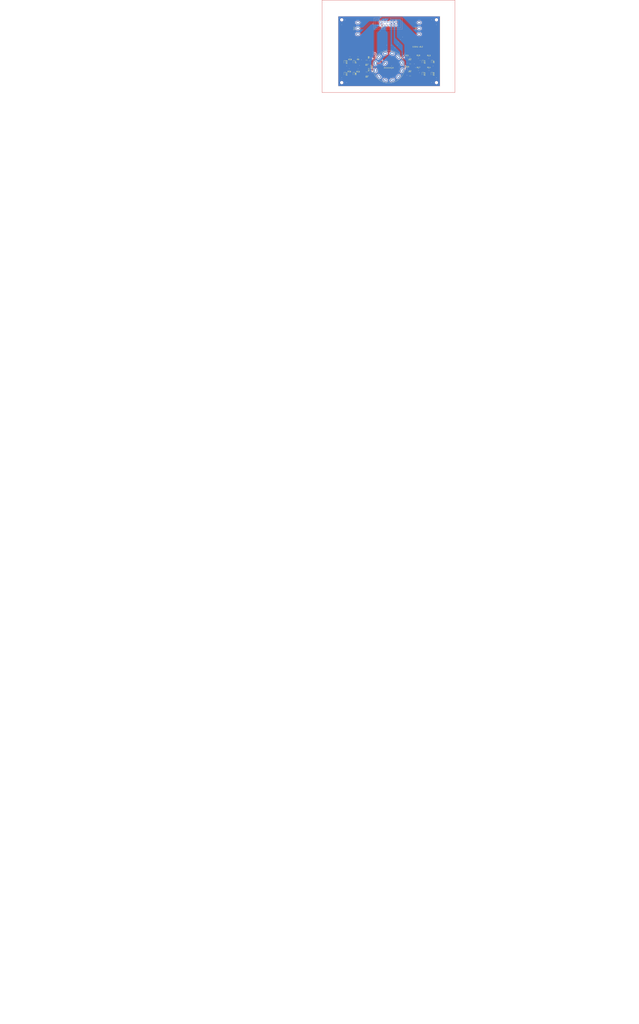
<source format=kicad_pcb>
(kicad_pcb
	(version 20240108)
	(generator "pcbnew")
	(generator_version "8.0")
	(general
		(thickness 1.6)
		(legacy_teardrops no)
	)
	(paper "A4")
	(layers
		(0 "F.Cu" signal)
		(31 "B.Cu" signal)
		(34 "B.Paste" user)
		(35 "F.Paste" user)
		(36 "B.SilkS" user "B.Silkscreen")
		(37 "F.SilkS" user "F.Silkscreen")
		(38 "B.Mask" user)
		(39 "F.Mask" user)
		(44 "Edge.Cuts" user)
		(45 "Margin" user)
		(46 "B.CrtYd" user "B.Courtyard")
		(47 "F.CrtYd" user "F.Courtyard")
		(48 "B.Fab" user)
		(49 "F.Fab" user)
	)
	(setup
		(stackup
			(layer "F.SilkS"
				(type "Top Silk Screen")
				(color "White")
			)
			(layer "F.Paste"
				(type "Top Solder Paste")
			)
			(layer "F.Mask"
				(type "Top Solder Mask")
				(color "Black")
				(thickness 0.01)
			)
			(layer "F.Cu"
				(type "copper")
				(thickness 0.035)
			)
			(layer "dielectric 1"
				(type "core")
				(thickness 1.51)
				(material "FR4")
				(epsilon_r 4.5)
				(loss_tangent 0.02)
			)
			(layer "B.Cu"
				(type "copper")
				(thickness 0.035)
			)
			(layer "B.Mask"
				(type "Bottom Solder Mask")
				(color "Black")
				(thickness 0.01)
			)
			(layer "B.Paste"
				(type "Bottom Solder Paste")
			)
			(layer "B.SilkS"
				(type "Bottom Silk Screen")
				(color "White")
			)
			(copper_finish "None")
			(dielectric_constraints yes)
		)
		(pad_to_mask_clearance 0)
		(allow_soldermask_bridges_in_footprints no)
		(aux_axis_origin 83.75 126.71)
		(grid_origin 83.75 126.71)
		(pcbplotparams
			(layerselection 0x00010fc_ffffffff)
			(plot_on_all_layers_selection 0x0000000_00000000)
			(disableapertmacros no)
			(usegerberextensions no)
			(usegerberattributes yes)
			(usegerberadvancedattributes yes)
			(creategerberjobfile yes)
			(dashed_line_dash_ratio 12.000000)
			(dashed_line_gap_ratio 3.000000)
			(svgprecision 4)
			(plotframeref no)
			(viasonmask no)
			(mode 1)
			(useauxorigin no)
			(hpglpennumber 1)
			(hpglpenspeed 20)
			(hpglpendiameter 15.000000)
			(pdf_front_fp_property_popups yes)
			(pdf_back_fp_property_popups yes)
			(dxfpolygonmode yes)
			(dxfimperialunits yes)
			(dxfusepcbnewfont yes)
			(psnegative no)
			(psa4output no)
			(plotreference yes)
			(plotvalue yes)
			(plotfptext yes)
			(plotinvisibletext no)
			(sketchpadsonfab no)
			(subtractmaskfromsilk no)
			(outputformat 1)
			(mirror no)
			(drillshape 1)
			(scaleselection 1)
			(outputdirectory "")
		)
	)
	(net 0 "")
	(net 1 "/ENG 1 Master")
	(net 2 "GND")
	(net 3 "/ENG 2 Master")
	(net 4 "Net-(D7-K)")
	(net 5 "Net-(D8-K)")
	(net 6 "Net-(D9-K)")
	(net 7 "Net-(D10-K)")
	(net 8 "/PWM_1")
	(net 9 "VBUS")
	(net 10 "/ENG 1 Fire")
	(net 11 "/ENG 1 Fault")
	(net 12 "/ENG 2 Fire")
	(net 13 "/ENG 2 Fault")
	(net 14 "+3V3")
	(net 15 "/MODE Start")
	(net 16 "Net-(D11-K)")
	(net 17 "Net-(D12-K)")
	(net 18 "Net-(D13-K)")
	(net 19 "Net-(D14-K)")
	(net 20 "Net-(D13-A)")
	(net 21 "Net-(D11-A)")
	(net 22 "Net-(D14-A)")
	(net 23 "Net-(D10-A)")
	(net 24 "/MODE Crank")
	(net 25 "unconnected-(SW3-Pad2)")
	(net 26 "unconnected-(SW3-Pad3)")
	(net 27 "unconnected-(SW3-Pad5)")
	(net 28 "unconnected-(SW3-Pad6)")
	(net 29 "unconnected-(SW3-Pad7)")
	(net 30 "unconnected-(SW3-Pad8)")
	(net 31 "unconnected-(SW3-Pad9)")
	(net 32 "unconnected-(SW3-Pad10)")
	(net 33 "unconnected-(SW3-Pad11)")
	(net 34 "unconnected-(SW3-Pad12)")
	(footprint "Resistor_SMD:R_0603_1608Metric" (layer "F.Cu") (at 153.15 107.31))
	(footprint "LED_SMD:LED_0603_1608Metric" (layer "F.Cu") (at 173.25 101.9225 -90))
	(footprint "MountingHole:MountingHole_2.2mm_M2" (layer "F.Cu") (at 176.75 118.71))
	(footprint "Package_TO_SOT_SMD:SOT-23-3" (layer "F.Cu") (at 119.9125 101.96 180))
	(footprint "LED_SMD:LED_0603_1608Metric" (layer "F.Cu") (at 165.75 101.9225 -90))
	(footprint "Resistor_SMD:R_0603_1608Metric" (layer "F.Cu") (at 152.925 98.11))
	(footprint "Resistor_SMD:R_0805_2012Metric" (layer "F.Cu") (at 113 108.21 180))
	(footprint "NiasStuff:C&K_Rotary_Switches" (layer "F.Cu") (at 137.901115 105.861115 90))
	(footprint "LED_SMD:LED_0603_1608Metric" (layer "F.Cu") (at 102.35 102.1225 -90))
	(footprint "Package_TO_SOT_SMD:SOT-23-3" (layer "F.Cu") (at 155.3125 102.01))
	(footprint "MountingHole:MountingHole_2.2mm_M2" (layer "F.Cu") (at 99.75 67.71))
	(footprint "Resistor_SMD:R_0603_1608Metric" (layer "F.Cu") (at 123.35 108.685 90))
	(footprint "Resistor_SMD:R_0805_2012Metric" (layer "F.Cu") (at 170.5375 98.41))
	(footprint "LED_SMD:LED_0603_1608Metric" (layer "F.Cu") (at 109.75 102.1225 -90))
	(footprint "Package_TO_SOT_SMD:SOT-23-3" (layer "F.Cu") (at 155.3125 111.71))
	(footprint "MountingHole:MountingHole_2.2mm_M2" (layer "F.Cu") (at 99.75 118.71))
	(footprint "Resistor_SMD:R_0805_2012Metric" (layer "F.Cu") (at 106.4625 98.31 180))
	(footprint "LED_SMD:LED_0603_1608Metric" (layer "F.Cu") (at 109.75 111.7225 -90))
	(footprint "NiasStuff:SW_SPDT_YUEN-FUNG_MT-0-102-A101-M200-RS" (layer "F.Cu") (at 112.75 74.67 90))
	(footprint "LED_SMD:LED_0603_1608Metric" (layer "F.Cu") (at 165.75 111.7225 -90))
	(footprint "LED_SMD:LED_0603_1608Metric" (layer "F.Cu") (at 102.35 111.7225 -90))
	(footprint "Resistor_SMD:R_0805_2012Metric" (layer "F.Cu") (at 105.8375 108.11 180))
	(footprint "Package_TO_SOT_SMD:SOT-23-3" (layer "F.Cu") (at 120.0125 111.56 180))
	(footprint "LED_SMD:LED_0603_1608Metric" (layer "F.Cu") (at 173.15 111.7225 -90))
	(footprint "Resistor_SMD:R_0603_1608Metric" (layer "F.Cu") (at 123.15 98.285 90))
	(footprint "Resistor_SMD:R_0805_2012Metric" (layer "F.Cu") (at 162.0375 98.31))
	(footprint "MountingHole:MountingHole_2.2mm_M2" (layer "F.Cu") (at 176.75 67.71))
	(footprint "Resistor_SMD:R_0805_2012Metric" (layer "F.Cu") (at 112.9375 98.31 180))
	(footprint "Resistor_SMD:R_0805_2012Metric" (layer "F.Cu") (at 162.1375 108.11))
	(footprint "NiasStuff:SW_SPDT_YUEN-FUNG_MT-0-102-A101-M200-RS" (layer "F.Cu") (at 162.75 74.67 90))
	(footprint "Resistor_SMD:R_0805_2012Metric" (layer "F.Cu") (at 170.6375 108.11))
	(footprint "Connector_IDC:IDC-Header_2x06_P2.54mm_Vertical" (layer "B.Cu") (at 131.15 69.57 -90))
	(gr_line
		(start 191.75 51.71)
		(end 83.75 51.71)
		(stroke
			(width 0.2)
			(type default)
		)
		(layer "F.Cu")
		(uuid "2287d75c-8675-4ecd-930e-3ab04c395ff1")
	)
	(gr_line
		(start 83.75 126.71)
		(end 191.75 126.71)
		(stroke
			(width 0.2)
			(type default)
		)
		(layer "F.Cu")
		(uuid "5946e71e-dbe5-480b-82bb-e3971b2e3d0a")
	)
	(gr_line
		(start 191.75 126.71)
		(end 191.75 51.71)
		(stroke
			(width 0.2)
			(type default)
		)
		(layer "F.Cu")
		(uuid "9fdd71b0-251e-44eb-8965-8709f16f790c")
	)
	(gr_line
		(start 83.75 51.71)
		(end 83.75 126.71)
		(stroke
			(width 0.2)
			(type default)
		)
		(layer "F.Cu")
		(uuid "f6cef0d5-231c-4ecf-b4ed-0cc4145c4c1d")
	)
	(gr_line
		(start 179.75 64.71)
		(end 96.75 64.71)
		(stroke
			(width 0.1)
			(type default)
		)
		(layer "Edge.Cuts")
		(uuid "4e4d6ce3-ba94-4b73-9b05-3a6bb8883741")
	)
	(gr_line
		(start 96.75 64.71)
		(end 96.75 121.71)
		(stroke
			(width 0.1)
			(type default)
		)
		(layer "Edge.Cuts")
		(uuid "97d15dc0-275c-4edc-beb3-f608bdc6c5ea")
	)
	(gr_line
		(start 96.75 121.71)
		(end 179.75 121.71)
		(stroke
			(width 0.1)
			(type default)
		)
		(layer "Edge.Cuts")
		(uuid "a95ad34a-788c-4d24-8666-89efeb3f952c")
	)
	(gr_line
		(start 179.75 121.71)
		(end 179.75 64.71)
		(stroke
			(width 0.1)
			(type default)
		)
		(layer "Edge.Cuts")
		(uuid "f0206762-0618-4121-8e43-d3aef1db6121")
	)
	(gr_line
		(start -146.543789 166.844059)
		(end -146.132514 166.412648)
		(stroke
			(width 0.6108)
			(type solid)
		)
		(layer "F.Fab")
		(uuid "0024b4d8-43e1-47eb-9c31-444c08f8f409")
	)
	(gr_line
		(start -149.770525 175.196422)
		(end -149.754363 174.557179)
		(stroke
			(width 0.6108)
			(type solid)
		)
		(layer "F.Fab")
		(uuid "004e0644-4775-4c4b-bc11-84f57af62d77")
	)
	(gr_line
		(start 293.578246 207.077397)
		(end 298.080089 199.279927)
		(stroke
			(width 0.840559)
			(type solid)
		)
		(layer "F.Fab")
		(uuid "00518f73-94e6-49dc-bb7e-08c3a0439145")
	)
	(gr_line
		(start -165.081702 304.82526)
		(end -165.075601 304.744528)
		(stroke
			(width 0.610102)
			(type solid)
		)
		(layer "F.Fab")
		(uuid "005cc859-a376-476d-83be-51664deb68af")
	)
	(gr_line
		(start 301.360318 126.942159)
		(end 301.533119 127.380422)
		(stroke
			(width 0.610102)
			(type solid)
		)
		(layer "F.Fab")
		(uuid "0069ead8-7c23-4ba7-b2ee-ff59fa986744")
	)
	(gr_line
		(start 197.566692 70.316423)
		(end 197.734071 69.726947)
		(stroke
			(width 0.6108)
			(type solid)
		)
		(layer "F.Fab")
		(uuid "006fb5f4-1828-494e-8630-2a9c0c8bcc84")
	)
	(gr_line
		(start -146.934176 148.682127)
		(end -147.302912 148.212856)
		(stroke
			(width 0.6108)
			(type solid)
		)
		(layer "F.Fab")
		(uuid "00aa022c-f343-4add-9b45-6c302c9442d0")
	)
	(gr_line
		(start 312.94451 179.589794)
		(end 306.759443 186.960903)
		(stroke
			(width 0.840559)
			(type solid)
		)
		(layer "F.Fab")
		(uuid "00ad7e07-9502-4e79-9aaa-5c4c97980ca3")
	)
	(gr_line
		(start 298.361814 337.21442)
		(end 298.172181 338.036055)
		(stroke
			(width 0.989711)
			(type solid)
		)
		(layer "F.Fab")
		(uuid "00f61d41-ffd7-4f87-90e5-d521b000a1a3")
	)
	(gr_line
		(start 223.713393 108.444123)
		(end 223.713393 148.950408)
		(stroke
			(width 0.830953)
			(type solid)
		)
		(layer "F.Fab")
		(uuid "012492dd-c5cc-454f-9c53-9d67fc0c2daa")
	)
	(gr_line
		(start -147.302926 133.348149)
		(end -146.934187 132.878884)
		(stroke
			(width 0.6108)
			(type solid)
		)
		(layer "F.Fab")
		(uuid "012e8a9c-93fb-4413-8099-abeeacdbb592")
	)
	(gr_line
		(start 197.239771 74.691)
		(end 197.191804 74.060151)
		(stroke
			(width 0.6108)
			(type solid)
		)
		(layer "F.Fab")
		(uuid "0142ea7b-d2ea-476b-a094-2ead4895adb9")
	)
	(gr_line
		(start -113.383261 312.102689)
		(end -113.079929 311.75251)
		(stroke
			(width 0.610102)
			(type solid)
		)
		(layer "F.Fab")
		(uuid "0170b50d-2377-4ecb-b823-8ab486e85bc2")
	)
	(gr_line
		(start 151.318718 75.898334)
		(end 151.273397 75.30229)
		(stroke
			(width 0.741967)
			(type solid)
		)
		(layer "F.Fab")
		(uuid "01908556-f144-4c88-accf-22e828688fc8")
	)
	(gr_line
		(start -6.044638 363.455844)
		(end -5.805965 363.083549)
		(stroke
			(width 0.712204)
			(type solid)
		)
		(layer "F.Fab")
		(uuid "0199277c-85f6-419a-9a4c-26ae96228760")
	)
	(gr_line
		(start -137.988837 162.790453)
		(end -137.349665 162.77429)
		(stroke
			(width 0.6108)
			(type solid)
		)
		(layer "F.Fab")
		(uuid "019a52d5-430b-4c8a-831e-f62bfad03711")
	)
	(gr_line
		(start -116.402351 81.009945)
		(end -115.658351 81.346301)
		(stroke
			(width 0.830953)
			(type solid)
		)
		(layer "F.Fab")
		(uuid "01db73c4-92df-4f01-b12d-f97be3650a1a")
	)
	(gr_line
		(start 1.802817 359.037986)
		(end 2.275006 359.049925)
		(stroke
			(width 0.712204)
			(type solid)
		)
		(layer "F.Fab")
		(uuid "01f34a79-ab32-4e55-afd6-19e12c3fdf92")
	)
	(gr_line
		(start 313.907843 370.443846)
		(end 313.587128 370.570301)
		(stroke
			(width 0.610511)
			(type solid)
		)
		(layer "F.Fab")
		(uuid "02640946-f4fb-44c7-93ae-f10f50f33c9f")
	)
	(gr_line
		(start -113.079929 324.730579)
		(end -113.383261 324.380401)
		(stroke
			(width 0.610102)
			(type solid)
		)
		(layer "F.Fab")
		(uuid "02bea765-9d07-4e59-9e07-d6486fbcc022")
	)
	(gr_line
		(start 174.595312 76.485713)
		(end 174.492102 77.063688)
		(stroke
			(width 0.741967)
			(type solid)
		)
		(layer "F.Fab")
		(uuid "02c5fec7-5050-4f76-ba31-5bc3de94255c")
	)
	(gr_line
		(start -53.626831 828.587292)
		(end -53.626831 847.541043)
		(stroke
			(width 0.966959)
			(type solid)
		)
		(layer "F.Fab")
		(uuid "02ca998c-2f24-4b8d-a17c-a15a6cab73c3")
	)
	(gr_line
		(start 122.699396 68.612365)
		(end 122.982006 69.103866)
		(stroke
			(width 0.741967)
			(type solid)
		)
		(layer "F.Fab")
		(uuid "033f424e-58ff-459d-b189-c56ee36e9dd2")
	)
	(gr_line
		(start -108.348076 308.894497)
		(end -107.88116 308.786733)
		(stroke
			(width 0.610102)
			(type solid)
		)
		(layer "F.Fab")
		(uuid "035b206d-35e3-40d6-b8b2-52e13460b440")
	)
	(gr_line
		(start 270.921606 346.896483)
		(end 270.305397 346.362709)
		(stroke
			(width 0.989711)
			(type solid)
		)
		(layer "F.Fab")
		(uuid "03652d90-4f09-4b13-b371-651688c08a1f")
	)
	(gr_line
		(start 123.476243 70.129828)
		(end 123.686395 70.662814)
		(stroke
			(width 0.741967)
			(type solid)
		)
		(layer "F.Fab")
		(uuid "038d2b87-d550-49be-aa69-43e64c013e93")
	)
	(gr_line
		(start -107.405905 327.781229)
		(end -107.88116 327.696357)
		(stroke
			(width 0.610102)
			(type solid)
		)
		(layer "F.Fab")
		(uuid "03a65102-097b-427c-a815-6e3e9d92f433")
	)
	(gr_line
		(start 304.105622 363.572979)
		(end 304.132895 363.214318)
		(stroke
			(width 0.610511)
			(type solid)
		)
		(layer "F.Fab")
		(uuid "03a8d6a9-3bca-42ce-ade6-10fee2ecc1d2")
	)
	(gr_line
		(start -23.262192 291.802102)
		(end -23.531261 292.180479)
		(stroke
			(width 0.610102)
			(type solid)
		)
		(layer "F.Fab")
		(uuid "03bae4bb-250a-406b-b255-7363bca6e19f")
	)
	(gr_line
		(start -48.184047 791.146693)
		(end -53.626831 791.146693)
		(stroke
			(width 0.966959)
			(type solid)
		)
		(layer "F.Fab")
		(uuid "03bca34e-5e3b-4a46-a086-51e5f9f1a353")
	)
	(gr_line
		(start 296.657118 341.886774)
		(end 296.248195 342.597958)
		(stroke
			(width 0.989711)
			(type solid)
		)
		(layer "F.Fab")
		(uuid "03bfccc6-baeb-4547-8506-61ca995e9255")
	)
	(gr_line
		(start -71.178728 81.346301)
		(end -70.454517 81.71722)
		(stroke
			(width 0.830953)
			(type solid)
		)
		(layer "F.Fab")
		(uuid "03c4f725-8f46-4aa0-8e1c-787d30730381")
	)
	(gr_line
		(start 304.524976 361.50811)
		(end 304.651429 361.187393)
		(stroke
			(width 0.610511)
			(type solid)
		)
		(layer "F.Fab")
		(uuid "03df0a46-c29d-4034-ac0b-fef768aedeea")
	)
	(gr_line
		(start -29.319866 295.861016)
		(end -29.795121 295.945887)
		(stroke
			(width 0.610102)
			(type solid)
		)
		(layer "F.Fab")
		(uuid "04464910-6aff-4e93-a24e-893883109d3d")
	)
	(gr_line
		(start 6.009282 341.971246)
		(end 7.268492 342.196118)
		(stroke
			(width 0.910206)
			(type solid)
		)
		(layer "F.Fab")
		(uuid "0446e12d-6de5-4538-afca-d20cf6d4f286")
	)
	(gr_line
		(start 315.927774 460.312735)
		(end 315.895811 460.253795)
		(stroke
			(width 0.9003)
			(type solid)
		)
		(layer "F.Fab")
		(uuid "0480eb7e-b106-43d4-b8ab-c2b3d259495f")
	)
	(gr_line
		(start 218.038613 136.43218)
		(end 217.739532 136.952381)
		(stroke
			(width 0.6108)
			(type solid)
		)
		(layer "F.Fab")
		(uuid "0493c8a8-f71f-46d3-84ae-5178f49642fb")
	)
	(gr_line
		(start 168.167998 738.40021)
		(end 168.206502 738.097196)
		(stroke
			(width 0.610511)
			(type solid)
		)
		(layer "F.Fab")
		(uuid "04949cdb-7205-4430-88e3-b165a570a752")
	)
	(gr_line
		(start 220.792509 68.03542)
		(end 221.04125 68.585672)
		(stroke
			(width 0.6108)
			(type solid)
		)
		(layer "F.Fab")
		(uuid "049c1378-e21e-4cd8-b8af-4518c7159262")
	)
	(gr_line
		(start -164.044431 333.507471)
		(end -164.116493 333.479158)
		(stroke
			(width 0.610102)
			(type solid)
		)
		(layer "F.Fab")
		(uuid "04a14044-e53d-4ce8-90b6-241f229c38c9")
	)
	(gr_line
		(start 122.699396 80.784267)
		(end 122.394109 81.260465)
		(stroke
			(width 0.741967)
			(type solid)
		)
		(layer "F.Fab")
		(uuid "04e8f883-bc9f-493f-b89e-7e1652ceabc9")
	)
	(gr_line
		(start -115.537229 319.228291)
		(end -115.574498 318.738178)
		(stroke
			(width 0.610102)
			(type solid)
		)
		(layer "F.Fab")
		(uuid "04e9c27d-3ca4-420f-86bd-bce3be905c85")
	)
	(gr_line
		(start 211.488116 61.14193)
		(end 212.099776 61.251173)
		(stroke
			(width 0.6108)
			(type solid)
		)
		(layer "F.Fab")
		(uuid "050f885c-d4a3-4fed-821d-83c08e1e910a")
	)
	(gr_line
		(start 100.985539 73.498297)
		(end 101.060178 72.910919)
		(stroke
			(width 0.741967)
			(type solid)
		)
		(layer "F.Fab")
		(uuid "051ae2e2-e041-4f8e-9713-ae50b4beceb4")
	)
	(gr_line
		(start -40.330125 289.724499)
		(end -40.481854 289.276079)
		(stroke
			(width 0.610102)
			(type solid)
		)
		(layer "F.Fab")
		(uuid "052d8e62-9215-49db-a911-2ceca0b7cde0")
	)
	(gr_line
		(start 317.792689 361.50811)
		(end 317.903721 361.836259)
		(stroke
			(width 0.610511)
			(type solid)
		)
		(layer "F.Fab")
		(uuid "052db6dd-5a68-4809-81a2-3f55c9be17f7")
	)
	(gr_poly
		(pts
			(xy -135.107577 858.853165) (xy -141.97915 865.724699) (xy -141.97915 863.627958) (xy -135.107577 856.756424)
		)
		(stroke
			(width 0)
			(type solid)
		)
		(fill solid)
		(layer "F.Fab")
		(uuid "0541033e-235b-4489-87f1-eafd088d1106")
	)
	(gr_line
		(start 316.205467 441.078007)
		(end 316.251981 441.038905)
		(stroke
			(width 0.9003)
			(type solid)
		)
		(layer "F.Fab")
		(uuid "057105ea-db59-4936-b6e6-3aad339d998c")
	)
	(gr_line
		(start 56.711019 206.349116)
		(end 56.711019 222.034589)
		(stroke
			(width 0.660672)
			(type solid)
		)
		(layer "F.Fab")
		(uuid "0583c706-e092-493d-962c-c67910abdad5")
	)
	(gr_line
		(start -39.750928 291.006386)
		(end -39.964056 290.590259)
		(stroke
			(width 0.610102)
			(type solid)
		)
		(layer "F.Fab")
		(uuid "0587e9d1-7028-4c69-94ea-fc4cc24017f9")
	)
	(gr_line
		(start -114.422245 313.641363)
		(end -114.189864 313.237213)
		(stroke
			(width 0.610102)
			(type solid)
		)
		(layer "F.Fab")
		(uuid "05c6b2c1-d0d0-407f-a664-1d48453c531a")
	)
	(gr_line
		(start -126.727063 181.637758)
		(end -127.050143 182.141762)
		(stroke
			(width 0.6108)
			(type solid)
		)
		(layer "F.Fab")
		(uuid "05cdf5e4-86d7-4be1-8094-cf1160ce3316")
	)
	(gr_line
		(start -38.998448 292.180479)
		(end -39.267518 291.802102)
		(stroke
			(width 0.610102)
			(type solid)
		)
		(layer "F.Fab")
		(uuid "05f5828b-135f-479f-979c-662d91807a57")
	)
	(gr_line
		(start 340.87774 459.998436)
		(end 340.829465 460.129847)
		(stroke
			(width 0.9003)
			(type solid)
		)
		(layer "F.Fab")
		(uuid "05f624c1-9be8-4930-8dfe-c96a2bf4cb72")
	)
	(gr_line
		(start 180.246111 739.019268)
		(end 180.238233 739.330842)
		(stroke
			(width 0.610511)
			(type solid)
		)
		(layer "F.Fab")
		(uuid "06a14602-1690-4295-9e94-0ab940598053")
	)
	(gr_line
		(start 212.700702 61.389882)
		(end 213.290114 61.557276)
		(stroke
			(width 0.6108)
			(type solid)
		)
		(layer "F.Fab")
		(uuid "06a74ba7-811b-4e63-bfe4-46ede0f62f9b")
	)
	(gr_line
		(start -124.928844 175.196422)
		(end -124.945006 175.835666)
		(stroke
			(width 0.6108)
			(type solid)
		)
		(layer "F.Fab")
		(uuid "06f1df40-9e49-44a6-8c00-3ae239279ba9")
	)
	(gr_line
		(start -40.719667 284.461215)
		(end -40.611903 283.994299)
		(stroke
			(width 0.610102)
			(type solid)
		)
		(layer "F.Fab")
		(uuid "071eed83-be06-44b2-b531-d03f90af7dc3")
	)
	(gr_line
		(start -126.153681 169.810905)
		(end -125.904941 170.361158)
		(stroke
			(width 0.6108)
			(type solid)
		)
		(layer "F.Fab")
		(uuid "073f78bd-13ac-4197-80b1-1edc79ac7560")
	)
	(gr_line
		(start -24.121097 292.895238)
		(end -24.440651 293.230407)
		(stroke
			(width 0.610102)
			(type solid)
		)
		(layer "F.Fab")
		(uuid "0761f818-4cdd-4a8f-9416-d6fbdd128536")
	)
	(gr_line
		(start 316.608528 368.428774)
		(end 316.386554 368.685032)
		(stroke
			(width 0.610511)
			(type solid)
		)
		(layer "F.Fab")
		(uuid "0771995b-efa9-4ecf-a98e-c1e042164044")
	)
	(gr_line
		(start 319.003208 526.124066)
		(end 300.466599 534.797633)
		(stroke
			(width 1.219759)
			(type solid)
		)
		(layer "F.Fab")
		(uuid "078908e1-aa58-43ef-b837-4babc825e736")
	)
	(gr_line
		(start 180.176348 739.94134)
		(end 180.123102 740.239502)
		(stroke
			(width 0.610511)
			(type solid)
		)
		(layer "F.Fab")
		(uuid "07955a83-85b6-4032-825a-af68b28c81c8")
	)
	(gr_line
		(start 219.181012 65.519302)
		(end 219.549748 65.988572)
		(stroke
			(width 0.6108)
			(type solid)
		)
		(layer "F.Fab")
		(uuid "07ab9f0c-943f-40ff-91cf-5eb78bdab53e")
	)
	(gr_line
		(start 258.679668 63.120309)
		(end 259.16664 63.466641)
		(stroke
			(width 0.6108)
			(type solid)
		)
		(layer "F.Fab")
		(uuid "07acede4-7284-45e8-bbb8-52ffd876ad38")
	)
	(gr_line
		(start -106.432805 327.879871)
		(end -106.922918 327.842602)
		(stroke
			(width 0.610102)
			(type solid)
		)
		(layer "F.Fab")
		(uuid "07cb1782-0a75-4ab1-b5f5-6e3e7facce72")
	)
	(gr_line
		(start 174.715267 75.30229)
		(end 174.669946 75.898334)
		(stroke
			(width 0.741967)
			(type solid)
		)
		(layer "F.Fab")
		(uuid "07cd31f8-1841-42fa-917b-c1521aa7d0bb")
	)
	(gr_line
		(start 188.525436 452.312116)
		(end 188.463329 451.96433)
		(stroke
			(width 0.610511)
			(type solid)
		)
		(layer "F.Fab")
		(uuid "07e7419c-435e-4e95-8373-393f23ac8726")
	)
	(gr_line
		(start 281.724157 350.774501)
		(end 280.850234 350.752403)
		(stroke
			(width 0.989711)
			(type solid)
		)
		(layer "F.Fab")
		(uuid "08253c12-9f2f-479c-9a32-f76489095b2d")
	)
	(gr_line
		(start 311.522264 356.883162)
		(end 311.880924 356.910435)
		(stroke
			(width 0.610511)
			(type solid)
		)
		(layer "F.Fab")
		(uuid "0831dda9-3be4-4ae1-89b2-d1000c51644c")
	)
	(gr_line
		(start -40.157324 282.649646)
		(end -39.964056 282.222148)
		(stroke
			(width 0.610102)
			(type solid)
		)
		(layer "F.Fab")
		(uuid "083eccf9-70c6-4d96-980d-2e7e227b4306")
	)
	(gr_line
		(start 188.93695 453.637799)
		(end 188.810497 453.317085)
		(stroke
			(width 0.610511)
			(type solid)
		)
		(layer "F.Fab")
		(uuid "086282a3-fc06-4a49-a050-f40118ebf409")
	)
	(gr_line
		(start 285.978814 123.554953)
		(end 286.328992 123.25162)
		(stroke
			(width 0.610102)
			(type solid)
		)
		(layer "F.Fab")
		(uuid "08631abc-6301-4811-9077-bf51115f9691")
	)
	(gr_line
		(start 257.120023 62.22376)
		(end 257.655579 62.498088)
		(stroke
			(width 0.6108)
			(type solid)
		)
		(layer "F.Fab")
		(uuid "087fdd8a-91f3-4656-bf0f-d3e998b89bdc")
	)
	(gr_line
		(start 201.103709 446.663227)
		(end 201.30061 446.94012)
		(stroke
			(width 0.610511)
			(type solid)
		)
		(layer "F.Fab")
		(uuid "0893c376-1e33-4572-a1ca-af4520799536")
	)
	(gr_line
		(start 197.929351 69.149764)
		(end 198.151753 68.585657)
		(stroke
			(width 0.6108)
			(type solid)
		)
		(layer "F.Fab")
		(uuid "08ac57ac-679b-4bff-9fc6-9c6e41cd170e")
	)
	(gr_line
		(start 16.942816 80.709209)
		(end 17.70555 81.009945)
		(stroke
			(width 0.830953)
			(type solid)
		)
		(layer "F.Fab")
		(uuid "08b0e6c8-e64b-4a3b-ad96-53733574594c")
	)
	(gr_line
		(start 151.318718 73.498297)
		(end 151.393352 72.910919)
		(stroke
			(width 0.741967)
			(type solid)
		)
		(layer "F.Fab")
		(uuid "08b70294-3e3f-4e94-a312-b908beb0748b")
	)
	(gr_line
		(start -118.74253 80.218814)
		(end -117.945496 80.445147)
		(stroke
			(width 0.830953)
			(type solid)
		)
		(layer "F.Fab")
		(uuid "08c7508c-5a9a-4168-b532-3f6615d035b5")
	)
	(gr_line
		(start -105.439539 327.879871)
		(end -105.936172 327.892429)
		(stroke
			(width 0.610102)
			(type solid)
		)
		(layer "F.Fab")
		(uuid "08e1833a-b34c-4379-9fe1-eead7b1de3f6")
	)
	(gr_line
		(start 314.525198 370.146449)
		(end 314.220681 370.302414)
		(stroke
			(width 0.610511)
			(type solid)
		)
		(layer "F.Fab")
		(uuid "08ec7d09-6bd5-49d7-a7a8-7e2cd2a35d5e")
	)
	(gr_line
		(start 198.151753 78.256161)
		(end 197.929351 77.692052)
		(stroke
			(width 0.6108)
			(type solid)
		)
		(layer "F.Fab")
		(uuid "09041003-0bea-4333-b533-8f40aa44f571")
	)
	(gr_line
		(start -164.186767 303.477394)
		(end -164.116493 303.445722)
		(stroke
			(width 0.610102)
			(type solid)
		)
		(layer "F.Fab")
		(uuid "0917cce3-f128-43dc-bcd3-0943ee592ff0")
	)
	(gr_line
		(start 315.838387 460.129847)
		(end 315.81307 460.065027)
		(stroke
			(width 0.9003)
			(type solid)
		)
		(layer "F.Fab")
		(uuid "0964762c-53f8-4cd2-a4eb-c8c9f54d1e93")
	)
	(gr_line
		(start 196.817329 137.456368)
		(end 196.49425 136.952363)
		(stroke
			(width 0.6108)
			(type solid)
		)
		(layer "F.Fab")
		(uuid "09766d9f-43db-4f88-8cca-a7d106a0779a")
	)
	(gr_line
		(start 174.669946 75.898334)
		(end 174.595312 76.485713)
		(stroke
			(width 0.741967)
			(type solid)
		)
		(layer "F.Fab")
		(uuid "09932d24-395d-4460-b9e3-5eac822dd992")
	)
	(gr_line
		(start 251.464281 140.238392)
		(end 250.981294 140.299765)
		(stroke
			(width 0.610102)
			(type solid)
		)
		(layer "F.Fab")
		(uuid "09960ee7-77cb-4416-a8c8-f01e90df0f20")
	)
	(gr_line
		(start 171.566463 733.561637)
		(end 171.834663 733.440387)
		(stroke
			(width 0.610511)
			(type solid)
		)
		(layer "F.Fab")
		(uuid "09b218c1-c875-4845-a7e5-1655a9aa1a28")
	)
	(gr_line
		(start 4.531439 359.450516)
		(end 4.957788 359.594777)
		(stroke
			(width 0.712204)
			(type solid)
		)
		(layer "F.Fab")
		(uuid "09bc948e-3c3b-494b-b9e9-37f2421e4aea")
	)
	(gr_line
		(start 259.44936 128.753733)
		(end 259.534232 129.228989)
		(stroke
			(width 0.610102)
			(type solid)
		)
		(layer "F.Fab")
		(uuid "09cef245-b1ff-4dd7-b885-275d1000f6bd")
	)
	(gr_line
		(start -115.15317 315.371669)
		(end -115.001442 314.923249)
		(stroke
			(width 0.610102)
			(type solid)
		)
		(layer "F.Fab")
		(uuid "09cfeb90-26d2-4901-9739-80e102d6c644")
	)
	(gr_line
		(start 276.674039 317.572637)
		(end 277.479931 317.343789)
		(stroke
			(width 0.989711)
			(type solid)
		)
		(layer "F.Fab")
		(uuid "09f6b8b9-1e19-4259-bb17-eaf38cee5ae8")
	)
	(gr_line
		(start 153.262472 81.260465)
		(end 152.957204 80.784267)
		(stroke
			(width 0.741967)
			(type solid)
		)
		(layer "F.Fab")
		(uuid "0a0b3bfd-d7bb-42b3-8d0e-51640460a91a")
	)
	(gr_line
		(start -134.846446 163.026665)
		(end -134.245521 163.165374)
		(stroke
			(width 0.6108)
			(type solid)
		)
		(layer "F.Fab")
		(uuid "0a1656f3-3805-4063-b88a-aa0231e4cdad")
	)
	(gr_line
		(start 192.695343 444.381358)
		(end 193.016058 444.254903)
		(stroke
			(width 0.610511)
			(type solid)
		)
		(layer "F.Fab")
		(uuid "0a211a8e-f23a-4526-b0d1-83723b29a418")
	)
	(gr_line
		(start 217.416418 123.565751)
		(end 217.739498 124.069755)
		(stroke
			(width 0.6108)
			(type solid)
		)
		(layer "F.Fab")
		(uuid "0a271106-9fe2-4942-91ec-559f4b913f9e")
	)
	(gr_line
		(start -134.959105 332.017787)
		(end -134.961161 332.09962)
		(stroke
			(width 0.610102)
			(type solid)
		)
		(layer "F.Fab")
		(uuid "0a50a5dc-1cec-414f-8c81-aef741a47539")
	)
	(gr_line
		(start 156.432485 64.965989)
		(end 156.908659 64.660704)
		(stroke
			(width 0.741967)
			(type solid)
		)
		(layer "F.Fab")
		(uuid "0a5e2852-f4a4-45df-a1ff-1d3c49f29e44")
	)
	(gr_line
		(start 317.368841 360.570036)
		(end 317.524805 360.874554)
		(stroke
			(width 0.610511)
			(type solid)
		)
		(layer "F.Fab")
		(uuid "0a6b6cd9-a98b-4a5d-bba8-a38a0ead3fc0")
	)
	(gr_line
		(start 340.632052 441.261571)
		(end 340.670012 441.313778)
		(stroke
			(width 0.9003)
			(type solid)
		)
		(layer "F.Fab")
		(uuid "0a955cd1-cae0-4751-b874-f3f50f14de5e")
	)
	(gr_line
		(start -22.962526 83.525429)
		(end -22.353089 84.053338)
		(stroke
			(width 0.830953)
			(type solid)
		)
		(layer "F.Fab")
		(uuid "0aa49863-bf5c-41ed-88cf-c896d268359b")
	)
	(gr_line
		(start 197.427995 75.9244)
		(end 197.318762 75.312676)
		(stroke
			(width 0.6108)
			(type solid)
		)
		(layer "F.Fab")
		(uuid "0ab29502-2840-454b-aa4f-a5c9ff1262c6")
	)
	(gr_line
		(start 194.696014 130.511064)
		(end 194.712176 129.87182)
		(stroke
			(width 0.6108)
			(type solid)
		)
		(layer "F.Fab")
		(uuid "0ab7d664-fe8c-4fb9-820e-cd2d9fc16882")
	)
	(gr_line
		(start -98.792414 311.75251)
		(end -98.489082 312.102689)
		(stroke
			(width 0.610102)
			(type solid)
		)
		(layer "F.Fab")
		(uuid "0abcc019-26e2-4135-a887-4d8fe48b490b")
	)
	(gr_line
		(start 283.25085 127.828842)
		(end 283.402579 127.380422)
		(stroke
			(width 0.610102)
			(type solid)
		)
		(layer "F.Fab")
		(uuid "0ac6bf94-2ad4-4785-9ebe-bafbb45bfca6")
	)
	(gr_line
		(start 132.024878 91.607043)
		(end 132.805286 91.342981)
		(stroke
			(width 0.830953)
			(type solid)
		)
		(layer "F.Fab")
		(uuid "0ae20aef-7b92-4c17-9827-bc6fc0e93538")
	)
	(gr_line
		(start 168.612544 741.37603)
		(end 168.504134 741.101077)
		(stroke
			(width 0.610511)
			(type solid)
		)
		(layer "F.Fab")
		(uuid "0afb146e-dc91-4208-b9a9-c7502b4a2c19")
	)
	(gr_line
		(start 121.718451 67.23263)
		(end 122.066881 67.676009)
		(stroke
			(width 0.741967)
			(type solid)
		)
		(layer "F.Fab")
		(uuid "0b09b8cb-26f4-4f73-a9b4-7735cf594d20")
	)
	(gr_line
		(start 17.515496 422.673443)
		(end 17.355881 423.88216)
		(stroke
			(width 2.359887)
			(type solid)
		)
		(layer "F.Fab")
		(uuid "0b176618-914b-49be-8b30-3bce16645639")
	)
	(gr_line
		(start 316.0358 441.261571)
		(end 316.117212 441.164546)
		(stroke
			(width 0.9003)
			(type solid)
		)
		(layer "F.Fab")
		(uuid "0b2bfcb9-843c-4b09-a2b3-375f6df2b842")
	)
	(gr_line
		(start 162.994332 62.961531)
		(end 163.59828 62.976803)
		(stroke
			(width 0.741967)
			(type solid)
		)
		(layer "F.Fab")
		(uuid "0b5e37da-830e-46f8-ac40-4143e8907051")
	)
	(gr_line
		(start -42.597293 414.945743)
		(end -42.318563 413.752195)
		(stroke
			(width 2.359887)
			(type solid)
		)
		(layer "F.Fab")
		(uuid "0b611f79-a1b7-4680-aef5-f8282cd9078b")
	)
	(gr_line
		(start -3.3275 360.605085)
		(end -2.955206 360.366411)
		(stroke
			(width 0.712204)
			(type solid)
		)
		(layer "F.Fab")
		(uuid "0b623a57-c445-4913-aa9b-ba370bb2663f")
	)
	(gr_line
		(start -142.734605 163.999236)
		(end -142.184408 163.750473)
		(stroke
			(width 0.6108)
			(type solid)
		)
		(layer "F.Fab")
		(uuid "0b882509-59b5-4c1f-93ad-90c1902b7269")
	)
	(gr_line
		(start 339.821405 440.82127)
		(end 339.880401 440.823226)
		(stroke
			(width 0.9003)
			(type solid)
		)
		(layer "F.Fab")
		(uuid "0bb86cec-afb8-4a6a-a192-2f43384a6e93")
	)
	(gr_line
		(start 178.262464 734.537476)
		(end 178.472739 734.737954)
		(stroke
			(width 0.610511)
			(type solid)
		)
		(layer "F.Fab")
		(uuid "0bbbcb41-b8e9-44b6-8459-6586bb9e55bb")
	)
	(gr_line
		(start 178.262464 743.501061)
		(end 178.042772 743.691362)
		(stroke
			(width 0.610511)
			(type solid)
		)
		(layer "F.Fab")
		(uuid "0bbc6c45-dd1e-4944-b84a-4b947a018531")
	)
	(gr_line
		(start 119.22391 64.965989)
		(end 119.68407 65.293214)
		(stroke
			(width 0.741967)
			(type solid)
		)
		(layer "F.Fab")
		(uuid "0bcad0a5-05e7-4ef3-ab3f-0b91765bc3c7")
	)
	(gr_line
		(start -35.021412 277.513735)
		(end -34.58315 277.340933)
		(stroke
			(width 0.610102)
			(type solid)
		)
		(layer "F.Fab")
		(uuid "0bcbffc6-f9c2-4405-8b21-a2dd3bfdd20d")
	)
	(gr_line
		(start 161.207012 86.299866)
		(end 160.629062 86.196651)
		(stroke
			(width 0.741967)
			(type solid)
		)
		(layer "F.Fab")
		(uuid "0bcda6c3-a682-4af2-aae5-01c8989a09b2")
	)
	(gr_line
		(start 17.423919 416.609812)
		(end 17.560564 417.81786)
		(stroke
			(width 2.359887)
			(type solid)
		)
		(layer "F.Fab")
		(uuid "0bd54452-95b0-4d4b-a35c-709f59dedc31")
	)
	(gr_line
		(start 317.524805 360.874554)
		(end 317.666235 361.187393)
		(stroke
			(width 0.610511)
			(type solid)
		)
		(layer "F.Fab")
		(uuid "0c041d0e-1d22-4571-ac1a-ddf689a07003")
	)
	(gr_line
		(start 207.704957 61.141928)
		(end 208.326574 61.062932)
		(stroke
			(width 0.6108)
			(type solid)
		)
		(layer "F.Fab")
		(uuid "0c0c374a-6cb6-4f88-bec0-befab17b7626")
	)
	(gr_line
		(start 284.214157 135.703046)
		(end 283.981775 135.298896)
		(stroke
			(width 0.610102)
			(type solid)
		)
		(layer "F.Fab")
		(uuid "0c21d572-2d4c-4a42-921b-35e82446c4a7")
	)
	(gr_line
		(start 179.649055 736.394306)
		(end 179.770306 736.662506)
		(stroke
			(width 0.610511)
			(type solid)
		)
		(layer "F.Fab")
		(uuid "0c3a1f2c-f320-491a-9668-a22c9790eee6")
	)
	(gr_line
		(start 198.674796 79.342032)
		(end 198.400495 78.806414)
		(stroke
			(width 0.6108)
			(type solid)
		)
		(layer "F.Fab")
		(uuid "0c41fa65-4655-4267-970e-021bba13929a")
	)
	(gr_line
		(start 118.176413 534.896692)
		(end 131.347194 538.437959)
		(stroke
			(width 1.219759)
			(type solid)
		)
		(layer "F.Fab")
		(uuid "0c7fabe0-4bb0-4f81-acc3-363845c0b766")
	)
	(gr_line
		(start 12.06833 343.686071)
		(end 13.201005 344.198142)
		(stroke
			(width 0.910206)
			(type solid)
		)
		(layer "F.Fab")
		(uuid "0c827d89-8868-4b4c-9495-bc631b7657c1")
	)
	(gr_line
		(start 179.515346 741.905296)
		(end 179.369557 742.158848)
		(stroke
			(width 0.610511)
			(type solid)
		)
		(layer "F.Fab")
		(uuid "0c9af652-59cc-4a65-a9ec-a3567708201f")
	)
	(gr_line
		(start 284.310445 317.004808)
		(end 285.146751 317.154157)
		(stroke
			(width 0.989711)
			(type solid)
		)
		(layer "F.Fab")
		(uuid "0ca1d991-8f26-4d33-aedb-8c57a1e675bb")
	)
	(gr_line
		(start 279.13787 317.004808)
		(end 279.987782 316.896809)
		(stroke
			(width 0.989711)
			(type solid)
		)
		(layer "F.Fab")
		(uuid "0cc3bd74-9646-4318-ba70-8a7b62966494")
	)
	(gr_line
		(start 14.303553 344.762833)
		(end 15.374367 345.378538)
		(stroke
			(width 0.910206)
			(type solid)
		)
		(layer "F.Fab")
		(uuid "0cf9fa61-f460-4621-9f6b-bfbd0d7bacfa")
	)
	(gr_line
		(start -147.972307 168.755087)
		(end -147.649226 168.251083)
		(stroke
			(width 0.6108)
			(type solid)
		)
		(layer "F.Fab")
		(uuid "0d055a59-3c37-4481-8440-ce3292824295")
	)
	(gr_line
		(start 302.068906 131.68547)
		(end 302.007533 132.168456)
		(stroke
			(width 0.610102)
			(type solid)
		)
		(layer "F.Fab")
		(uuid "0d0de150-4407-4a86-9ec0-4b747c94ca63")
	)
	(gr_line
		(start -135.787708 303.512326)
		(end -135.721306 303.55042)
		(stroke
			(width 0.610102)
			(type solid)
		)
		(layer "F.Fab")
		(uuid "0d208f5c-7862-4809-9438-bc9aa2bf8f07")
	)
	(gr_line
		(start 108.093288 63.883865)
		(end 108.626275 63.673716)
		(stroke
			(width 0.741967)
			(type solid)
		)
		(layer "F.Fab")
		(uuid "0d360e41-f368-4e12-9a7a-110f5ccb80f8")
	)
	(gr_line
		(start -22.565654 282.222148)
		(end -22.372386 282.649646)
		(stroke
			(width 0.610102)
			(type solid)
		)
		(layer "F.Fab")
		(uuid "0d37dfb2-4aea-49b4-ac9a-7a1491b7c7fd")
	)
	(gr_line
		(start -83.455105 80.445147)
		(end -82.65807 80.218814)
		(stroke
			(width 0.830953)
			(type solid)
		)
		(layer "F.Fab")
		(uuid "0d477c78-f3b4-4a15-bbe8-ddce08b3ce7a")
	)
	(gr_line
		(start 306.164956 358.942515)
		(end 306.410228 358.708668)
		(stroke
			(width 0.610511)
			(type solid)
		)
		(layer "F.Fab")
		(uuid "0d4c55ab-a6f9-4e3a-b066-1f07f6db5a3b")
	)
	(gr_line
		(start -125.071961 142.672278)
		(end -125.181192 143.284004)
		(stroke
			(width 0.6108)
			(type solid)
		)
		(layer "F.Fab")
		(uuid "0d4d115d-a511-4b63-a7ca-d1801c32f1f6")
	)
	(gr_line
		(start 196.49425 136.952363)
		(end 196.195168 136.432163)
		(stroke
			(width 0.6108)
			(type solid)
		)
		(layer "F.Fab")
		(uuid "0d5407d3-8f56-4317-ba54-a54c31f4267a")
	)
	(gr_line
		(start 2.115152 341.676617)
		(end 3.431005 341.709889)
		(stroke
			(width 0.910206)
			(type solid)
		)
		(layer "F.Fab")
		(uuid "0d7a1e2e-517a-4a7f-adfd-bb5b0f38454f")
	)
	(gr_line
		(start -165.075601 332.180352)
		(end -165.081702 332.09962)
		(stroke
			(width 0.610102)
			(type solid)
		)
		(layer "F.Fab")
		(uuid "0d88dcaf-c05f-4a44-bad9-db086eac316f")
	)
	(gr_line
		(start -32.251601 276.805146)
		(end -31.761488 276.767877)
		(stroke
			(width 0.610102)
			(type solid)
		)
		(layer "F.Fab")
		(uuid "0d9eb534-c0d7-42fa-88ac-4bb75d5778fa")
	)
	(gr_line
		(start 33.558001 761.154235)
		(end 38.377695 761.154235)
		(stroke
			(width 0.610511)
			(type solid)
		)
		(layer "F.Fab")
		(uuid "0db05c26-9b0d-49c0-839a-79573e6e70f5")
	)
	(gr_line
		(start 340.967831 459.413272)
		(end 340.961912 459.566979)
		(stroke
			(width 0.9003)
			(type solid)
		)
		(layer "F.Fab")
		(uuid "0db16dba-e50d-4bb8-840a-d0c477a040e5")
	)
	(gr_line
		(start -141.620358 163.528053)
		(end -141.043235 163.332757)
		(stroke
			(width 0.6108)
			(type solid)
		)
		(layer "F.Fab")
		(uuid "0dc5cd05-750f-4b74-bf2c-07cd76f2c809")
	)
	(gr_line
		(start 254.99888 138.952401)
		(end 254.59473 139.184782)
		(stroke
			(width 0.610102)
			(type solid)
		)
		(layer "F.Fab")
		(uuid "0dc62a0d-4a7f-4db3-b34c-d4348cd80689")
	)
	(gr_line
		(start -128.15558 183.548786)
		(end -128.566856 183.980196)
		(stroke
			(width 0.6108)
			(type solid)
		)
		(layer "F.Fab")
		(uuid "0dcf9ec5-f57f-407f-a3b5-946cdea0456c")
	)
	(gr_line
		(start 259.16664 63.466641)
		(end 259.635857 63.835413)
		(stroke
			(width 0.6108)
			(type solid)
		)
		(layer "F.Fab")
		(uuid "0dd6fbf6-292b-4654-bf6c-f01e3551ab14")
	)
	(gr_line
		(start 208.957361 61.014961)
		(end 209.59654 60.998798)
		(stroke
			(width 0.6108)
			(type solid)
		)
		(layer "F.Fab")
		(uuid "0de970c9-f73e-40f1-994b-14ea5da0fe5c")
	)
	(gr_line
		(start -124.992972 142.050599)
		(end -125.071961 142.672278)
		(stroke
			(width 0.6108)
			(type solid)
		)
		(layer "F.Fab")
		(uuid "0df1e7cb-f3c3-400d-b7fe-cdc6ff8a97c6")
	)
	(gr_line
		(start 287.563361 349.743997)
		(end 286.774276 350.010993)
		(stroke
			(width 0.989711)
			(type solid)
		)
		(layer "F.Fab")
		(uuid "0dfd7570-c382-4de7-a78c-0f4d31f77948")
	)
	(gr_line
		(start -43.117076 419.784754)
		(end -43.076226 418.569689)
		(stroke
			(width 2.359887)
			(type solid)
		)
		(layer "F.Fab")
		(uuid "0e0417c2-72e7-4bb9-a70e-0ae0389f8dee")
	)
	(gr_line
		(start -39.518547 281.401871)
		(end -39.267518 281.010305)
		(stroke
			(width 0.610102)
			(type solid)
		)
		(layer "F.Fab")
		(uuid "0e0814fc-8b26-43a5-9e84-abca7c208281")
	)
	(gr_line
		(start -114.93414 81.71722)
		(end -114.230773 82.121648)
		(stroke
			(width 0.830953)
			(type solid)
		)
		(layer "F.Fab")
		(uuid "0e0a37ce-3224-46f6-9190-e56e7fa1bba3")
	)
	(gr_line
		(start 305.931111 368.685032)
		(end 305.709137 368.428774)
		(stroke
			(width 0.610511)
			(type solid)
		)
		(layer "F.Fab")
		(uuid "0e26bc24-989d-45fa-9653-1ea9c80fd8ee")
	)
	(gr_line
		(start -163.660729 333.595224)
		(end -163.740261 333.585176)
		(stroke
			(width 0.610102)
			(type solid)
		)
		(layer "F.Fab")
		(uuid "0e607cbf-9fbb-4df1-af9a-89bd55868490")
	)
	(gr_line
		(start 198.810719 444.678755)
		(end 199.106471 444.84881)
		(stroke
			(width 0.610511)
			(type solid)
		)
		(layer "F.Fab")
		(uuid "0e826745-7543-4c49-a9be-ba9f409642a9")
	)
	(gr_line
		(start -139.85289 128.610783)
		(end -139.24123 128.50154)
		(stroke
			(width 0.6108)
			(type solid)
		)
		(layer "F.Fab")
		(uuid "0eb214ac-f198-4a03-83fa-bb50cdffaabd")
	)
	(gr_line
		(start 124.263353 72.910919)
		(end 124.337992 73.498297)
		(stroke
			(width 0.741967)
			(type solid)
		)
		(layer "F.Fab")
		(uuid "0ed1d4ad-9903-4b42-8fec-195ca357cdee")
	)
	(gr_line
		(start 272.918032 319.267769)
		(end 273.629216 318.858847)
		(stroke
			(width 0.989711)
			(type solid)
		)
		(layer "F.Fab")
		(uuid "0ee0afb2-0e13-4c6a-8ebc-46e767a36131")
	)
	(gr_line
		(start 241.508475 135.298896)
		(end 241.295347 134.88277)
		(stroke
			(width 0.610102)
			(type solid)
		)
		(layer "F.Fab")
		(uuid "0ee2478c-1f76-48d7-9e2f-6d8993e6e59f")
	)
	(gr_line
		(start -140.453819 128.74949)
		(end -139.85289 128.610783)
		(stroke
			(width 0.6108)
			(type solid)
		)
		(layer "F.Fab")
		(uuid "0f1d7529-1d53-4f28-b872-f8bf7e19ee9b")
	)
	(gr_line
		(start 316.205467 460.659848)
		(end 316.16052 460.617935)
		(stroke
			(width 0.9003)
			(type solid)
		)
		(layer "F.Fab")
		(uuid "0f28f446-68e5-40d2-8fa1-f6d80b02a861")
	)
	(gr_line
		(start 198.151753 68.585657)
		(end 198.400495 68.035406)
		(stroke
			(width 0.6108)
			(type solid)
		)
		(layer "F.Fab")
		(uuid "0f3f1ede-500a-423c-ab48-429a4badb92c")
	)
	(gr_line
		(start -135.822281 735.863743)
		(end -135.822281 826.830854)
		(stroke
			(width 2.483759)
			(type solid)
		)
		(layer "F.Fab")
		(uuid "0f44e5ee-b4f9-4364-8db3-c70461aab60a")
	)
	(gr_line
		(start 293.454595 140.299765)
		(end 292.964482 140.337034)
		(stroke
			(width 0.610102)
			(type solid)
		)
		(layer "F.Fab")
		(uuid "0f7ffc8d-0a2a-47e8-90e1-9dd57d72d9e2")
	)
	(gr_line
		(start -79.107301 225.430509)
		(end -82.40532 225.430509)
		(stroke
			(width 0.792806)
			(type solid)
		)
		(layer "F.Fab")
		(uuid "0f9828da-7029-4a49-80f2-39f0f3599dd2")
	)
	(gr_line
		(start 170.459671 83.754991)
		(end 170.016314 84.103418)
		(stroke
			(width 0.741967)
			(type solid)
		)
		(layer "F.Fab")
		(uuid "0f9bc725-7a8a-4b8a-a491-41233fad2fad")
	)
	(gr_line
		(start 192.077988 444.678755)
		(end 192.382505 444.52279)
		(stroke
			(width 0.610511)
			(type solid)
		)
		(layer "F.Fab")
		(uuid "0fa6a43b-3501-4c8c-be91-e26d4ffeed94")
	)
	(gr_line
		(start -86.23763 819.239371)
		(end -86.23763 837.879359)
		(stroke
			(width 0.966959)
			(type solid)
		)
		(layer "F.Fab")
		(uuid "0fb2f064-683d-4568-a35e-71764b300471")
	)
	(gr_line
		(start -146.132514 166.412648)
		(end -145.701147 166.001331)
		(stroke
			(width 0.6108)
			(type solid)
		)
		(layer "F.Fab")
		(uuid "0fc50caa-a07c-4c81-830c-90531915f44f")
	)
	(gr_line
		(start 153.589679 67.676009)
		(end 153.938088 67.23263)
		(stroke
			(width 0.741967)
			(type solid)
		)
		(layer "F.Fab")
		(uuid "100b729b-12c7-4fcb-b825-e7eb264de8ff")
	)
	(gr_line
		(start 188.604296 452.6538)
		(end 188.525436 452.312116)
		(stroke
			(width 0.610511)
			(type solid)
		)
		(layer "F.Fab")
		(uuid "100cb253-2a85-4174-b5cc-a27150207e13")
	)
	(gr_line
		(start 177.077453 744.343189)
		(end 176.816387 744.476899)
		(stroke
			(width 0.610511)
			(type solid)
		)
		(layer "F.Fab")
		(uuid "1017bc97-e5c2-4e2b-aa3a-1cba272c5195")
	)
	(gr_poly
		(pts
			(xy -166.556212 867.136978) (xy -166.556212 869.234335) (xy -173.716474 862.074035) (xy -173.716474 859.976677)
		)
		(stroke
			(width 0)
			(type solid)
		)
		(fill solid)
		(layer "F.Fab")
		(uuid "101f6eb6-eddd-4215-a24d-945228d5d043")
	)
	(gr_line
		(start -127.050143 147.725844)
		(end -127.396444 148.21287)
		(stroke
			(width 0.6108)
			(type solid)
		)
		(layer "F.Fab")
		(uuid "1023c7bd-c6de-487d-8861-b4b6d6161584")
	)
	(gr_line
		(start 177.331005 744.1974)
		(end 177.077453 744.343189)
		(stroke
			(width 0.610511)
			(type solid)
		)
		(layer "F.Fab")
		(uuid "10402f66-639e-4082-86dc-bb8e7d51a404")
	)
	(gr_line
		(start -147.64921 182.141762)
		(end -147.97229 181.637758)
		(stroke
			(width 0.6108)
			(type solid)
		)
		(layer "F.Fab")
		(uuid "108eeea4-ca5b-4746-919c-ad014872fec2")
	)
	(gr_line
		(start -164.186767 333.447486)
		(end -164.255154 333.412554)
		(stroke
			(width 0.610102)
			(type solid)
		)
		(layer "F.Fab")
		(uuid "10af2e5e-5d78-456b-9630-03b4f014318b")
	)
	(gr_line
		(start -165.012705 332.490301)
		(end -165.034006 332.414957)
		(stroke
			(width 0.610102)
			(type solid)
		)
		(layer "F.Fab")
		(uuid "10b519eb-8b46-46a0-ae15-5fa8b1b93c75")
	)
	(gr_line
		(start 167.029654 63.673716)
		(end 167.562615 63.883865)
		(stroke
			(width 0.741967)
			(type solid)
		)
		(layer "F.Fab")
		(uuid "10bf4dd3-9149-4317-8122-6b04552cd54a")
	)
	(gr_line
		(start -79.107301 210.79464)
		(end -81.861963 210.79464)
		(stroke
			(width 0.918927)
			(type solid)
		)
		(layer "F.Fab")
		(uuid "10cadef6-b643-45d2-b5a7-37ad17addbf2")
	)
	(gr_line
		(start 259.595605 129.711978)
		(end 259.632874 130.202093)
		(stroke
			(width 0.610102)
			(type solid)
		)
		(layer "F.Fab")
		(uuid "11280cd4-997f-4fe1-8f9a-0671958d5567")
	)
	(gr_line
		(start 282.866791 129.711978)
		(end 282.928165 129.228989)
		(stroke
			(width 0.610102)
			(type solid)
		)
		(layer "F.Fab")
		(uuid "11459007-ed68-4d2a-8c69-1fd6c9031993")
	)
	(gr_line
		(start -148.794429 170.361158)
		(end -148.545688 169.810905)
		(stroke
			(width 0.6108)
			(type solid)
		)
		(layer "F.Fab")
		(uuid "114738ac-fa1f-4929-9f41-542ce9bec4d4")
	)
	(gr_line
		(start 242.260954 136.472988)
		(end 241.991885 136.094612)
		(stroke
			(width 0.610102)
			(type solid)
		)
		
... [794573 chars truncated]
</source>
